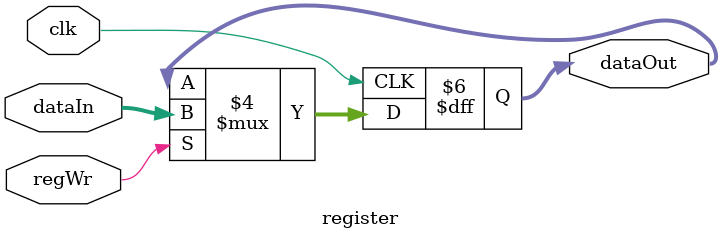
<source format=v>

module register(clk, regWr, dataIn, dataOut);
  input clk, regWr;
  input [63:0] dataIn; 
  output[63:0] dataOut;
  reg   [63:0] dataOut;  
  		
		  always@(posedge clk) begin		
				if(regWr == 1)
				begin	
					dataOut = dataIn;
				end

				else
				begin
					dataOut = dataOut;
				end
			end
endmodule
</source>
